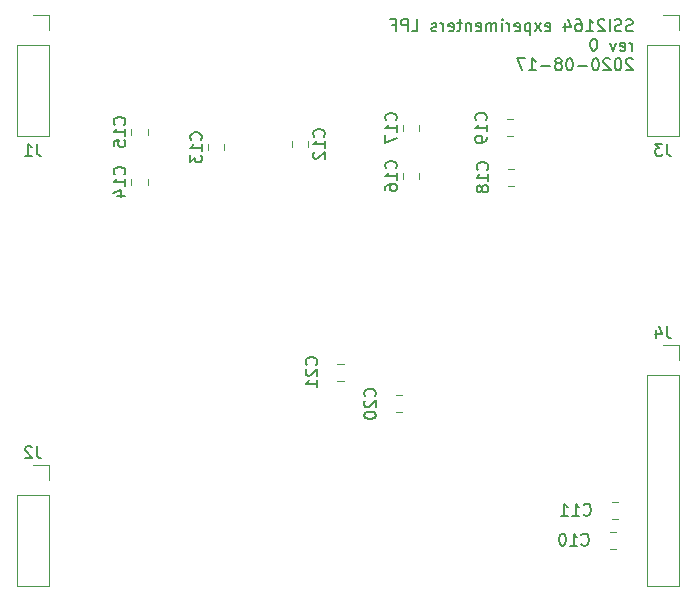
<source format=gbr>
G04 #@! TF.GenerationSoftware,KiCad,Pcbnew,5.1.6-c6e7f7d~87~ubuntu18.04.1*
G04 #@! TF.CreationDate,2020-08-19T11:53:39-04:00*
G04 #@! TF.ProjectId,four_pole_lpf,666f7572-5f70-46f6-9c65-5f6c70662e6b,rev?*
G04 #@! TF.SameCoordinates,Original*
G04 #@! TF.FileFunction,Legend,Bot*
G04 #@! TF.FilePolarity,Positive*
%FSLAX46Y46*%
G04 Gerber Fmt 4.6, Leading zero omitted, Abs format (unit mm)*
G04 Created by KiCad (PCBNEW 5.1.6-c6e7f7d~87~ubuntu18.04.1) date 2020-08-19 11:53:39*
%MOMM*%
%LPD*%
G01*
G04 APERTURE LIST*
%ADD10C,0.150000*%
%ADD11C,0.120000*%
G04 APERTURE END LIST*
D10*
X144746023Y-68604761D02*
X144603166Y-68652380D01*
X144365071Y-68652380D01*
X144269833Y-68604761D01*
X144222214Y-68557142D01*
X144174595Y-68461904D01*
X144174595Y-68366666D01*
X144222214Y-68271428D01*
X144269833Y-68223809D01*
X144365071Y-68176190D01*
X144555547Y-68128571D01*
X144650785Y-68080952D01*
X144698404Y-68033333D01*
X144746023Y-67938095D01*
X144746023Y-67842857D01*
X144698404Y-67747619D01*
X144650785Y-67700000D01*
X144555547Y-67652380D01*
X144317452Y-67652380D01*
X144174595Y-67700000D01*
X143793642Y-68604761D02*
X143650785Y-68652380D01*
X143412690Y-68652380D01*
X143317452Y-68604761D01*
X143269833Y-68557142D01*
X143222214Y-68461904D01*
X143222214Y-68366666D01*
X143269833Y-68271428D01*
X143317452Y-68223809D01*
X143412690Y-68176190D01*
X143603166Y-68128571D01*
X143698404Y-68080952D01*
X143746023Y-68033333D01*
X143793642Y-67938095D01*
X143793642Y-67842857D01*
X143746023Y-67747619D01*
X143698404Y-67700000D01*
X143603166Y-67652380D01*
X143365071Y-67652380D01*
X143222214Y-67700000D01*
X142793642Y-68652380D02*
X142793642Y-67652380D01*
X142365071Y-67747619D02*
X142317452Y-67700000D01*
X142222214Y-67652380D01*
X141984119Y-67652380D01*
X141888880Y-67700000D01*
X141841261Y-67747619D01*
X141793642Y-67842857D01*
X141793642Y-67938095D01*
X141841261Y-68080952D01*
X142412690Y-68652380D01*
X141793642Y-68652380D01*
X140841261Y-68652380D02*
X141412690Y-68652380D01*
X141126976Y-68652380D02*
X141126976Y-67652380D01*
X141222214Y-67795238D01*
X141317452Y-67890476D01*
X141412690Y-67938095D01*
X139984119Y-67652380D02*
X140174595Y-67652380D01*
X140269833Y-67700000D01*
X140317452Y-67747619D01*
X140412690Y-67890476D01*
X140460309Y-68080952D01*
X140460309Y-68461904D01*
X140412690Y-68557142D01*
X140365071Y-68604761D01*
X140269833Y-68652380D01*
X140079357Y-68652380D01*
X139984119Y-68604761D01*
X139936500Y-68557142D01*
X139888880Y-68461904D01*
X139888880Y-68223809D01*
X139936500Y-68128571D01*
X139984119Y-68080952D01*
X140079357Y-68033333D01*
X140269833Y-68033333D01*
X140365071Y-68080952D01*
X140412690Y-68128571D01*
X140460309Y-68223809D01*
X139031738Y-67985714D02*
X139031738Y-68652380D01*
X139269833Y-67604761D02*
X139507928Y-68319047D01*
X138888880Y-68319047D01*
X137365071Y-68604761D02*
X137460309Y-68652380D01*
X137650785Y-68652380D01*
X137746023Y-68604761D01*
X137793642Y-68509523D01*
X137793642Y-68128571D01*
X137746023Y-68033333D01*
X137650785Y-67985714D01*
X137460309Y-67985714D01*
X137365071Y-68033333D01*
X137317452Y-68128571D01*
X137317452Y-68223809D01*
X137793642Y-68319047D01*
X136984119Y-68652380D02*
X136460309Y-67985714D01*
X136984119Y-67985714D02*
X136460309Y-68652380D01*
X136079357Y-67985714D02*
X136079357Y-68985714D01*
X136079357Y-68033333D02*
X135984119Y-67985714D01*
X135793642Y-67985714D01*
X135698404Y-68033333D01*
X135650785Y-68080952D01*
X135603166Y-68176190D01*
X135603166Y-68461904D01*
X135650785Y-68557142D01*
X135698404Y-68604761D01*
X135793642Y-68652380D01*
X135984119Y-68652380D01*
X136079357Y-68604761D01*
X134793642Y-68604761D02*
X134888880Y-68652380D01*
X135079357Y-68652380D01*
X135174595Y-68604761D01*
X135222214Y-68509523D01*
X135222214Y-68128571D01*
X135174595Y-68033333D01*
X135079357Y-67985714D01*
X134888880Y-67985714D01*
X134793642Y-68033333D01*
X134746023Y-68128571D01*
X134746023Y-68223809D01*
X135222214Y-68319047D01*
X134317452Y-68652380D02*
X134317452Y-67985714D01*
X134317452Y-68176190D02*
X134269833Y-68080952D01*
X134222214Y-68033333D01*
X134126976Y-67985714D01*
X134031738Y-67985714D01*
X133698404Y-68652380D02*
X133698404Y-67985714D01*
X133698404Y-67652380D02*
X133746023Y-67700000D01*
X133698404Y-67747619D01*
X133650785Y-67700000D01*
X133698404Y-67652380D01*
X133698404Y-67747619D01*
X133222214Y-68652380D02*
X133222214Y-67985714D01*
X133222214Y-68080952D02*
X133174595Y-68033333D01*
X133079357Y-67985714D01*
X132936500Y-67985714D01*
X132841261Y-68033333D01*
X132793642Y-68128571D01*
X132793642Y-68652380D01*
X132793642Y-68128571D02*
X132746023Y-68033333D01*
X132650785Y-67985714D01*
X132507928Y-67985714D01*
X132412690Y-68033333D01*
X132365071Y-68128571D01*
X132365071Y-68652380D01*
X131507928Y-68604761D02*
X131603166Y-68652380D01*
X131793642Y-68652380D01*
X131888880Y-68604761D01*
X131936500Y-68509523D01*
X131936500Y-68128571D01*
X131888880Y-68033333D01*
X131793642Y-67985714D01*
X131603166Y-67985714D01*
X131507928Y-68033333D01*
X131460309Y-68128571D01*
X131460309Y-68223809D01*
X131936500Y-68319047D01*
X131031738Y-67985714D02*
X131031738Y-68652380D01*
X131031738Y-68080952D02*
X130984119Y-68033333D01*
X130888880Y-67985714D01*
X130746023Y-67985714D01*
X130650785Y-68033333D01*
X130603166Y-68128571D01*
X130603166Y-68652380D01*
X130269833Y-67985714D02*
X129888880Y-67985714D01*
X130126976Y-67652380D02*
X130126976Y-68509523D01*
X130079357Y-68604761D01*
X129984119Y-68652380D01*
X129888880Y-68652380D01*
X129174595Y-68604761D02*
X129269833Y-68652380D01*
X129460309Y-68652380D01*
X129555547Y-68604761D01*
X129603166Y-68509523D01*
X129603166Y-68128571D01*
X129555547Y-68033333D01*
X129460309Y-67985714D01*
X129269833Y-67985714D01*
X129174595Y-68033333D01*
X129126976Y-68128571D01*
X129126976Y-68223809D01*
X129603166Y-68319047D01*
X128698404Y-68652380D02*
X128698404Y-67985714D01*
X128698404Y-68176190D02*
X128650785Y-68080952D01*
X128603166Y-68033333D01*
X128507928Y-67985714D01*
X128412690Y-67985714D01*
X128126976Y-68604761D02*
X128031738Y-68652380D01*
X127841261Y-68652380D01*
X127746023Y-68604761D01*
X127698404Y-68509523D01*
X127698404Y-68461904D01*
X127746023Y-68366666D01*
X127841261Y-68319047D01*
X127984119Y-68319047D01*
X128079357Y-68271428D01*
X128126976Y-68176190D01*
X128126976Y-68128571D01*
X128079357Y-68033333D01*
X127984119Y-67985714D01*
X127841261Y-67985714D01*
X127746023Y-68033333D01*
X126031738Y-68652380D02*
X126507928Y-68652380D01*
X126507928Y-67652380D01*
X125698404Y-68652380D02*
X125698404Y-67652380D01*
X125317452Y-67652380D01*
X125222214Y-67700000D01*
X125174595Y-67747619D01*
X125126976Y-67842857D01*
X125126976Y-67985714D01*
X125174595Y-68080952D01*
X125222214Y-68128571D01*
X125317452Y-68176190D01*
X125698404Y-68176190D01*
X124365071Y-68128571D02*
X124698404Y-68128571D01*
X124698404Y-68652380D02*
X124698404Y-67652380D01*
X124222214Y-67652380D01*
X144698404Y-70302380D02*
X144698404Y-69635714D01*
X144698404Y-69826190D02*
X144650785Y-69730952D01*
X144603166Y-69683333D01*
X144507928Y-69635714D01*
X144412690Y-69635714D01*
X143698404Y-70254761D02*
X143793642Y-70302380D01*
X143984119Y-70302380D01*
X144079357Y-70254761D01*
X144126976Y-70159523D01*
X144126976Y-69778571D01*
X144079357Y-69683333D01*
X143984119Y-69635714D01*
X143793642Y-69635714D01*
X143698404Y-69683333D01*
X143650785Y-69778571D01*
X143650785Y-69873809D01*
X144126976Y-69969047D01*
X143317452Y-69635714D02*
X143079357Y-70302380D01*
X142841261Y-69635714D01*
X141507928Y-69302380D02*
X141412690Y-69302380D01*
X141317452Y-69350000D01*
X141269833Y-69397619D01*
X141222214Y-69492857D01*
X141174595Y-69683333D01*
X141174595Y-69921428D01*
X141222214Y-70111904D01*
X141269833Y-70207142D01*
X141317452Y-70254761D01*
X141412690Y-70302380D01*
X141507928Y-70302380D01*
X141603166Y-70254761D01*
X141650785Y-70207142D01*
X141698404Y-70111904D01*
X141746023Y-69921428D01*
X141746023Y-69683333D01*
X141698404Y-69492857D01*
X141650785Y-69397619D01*
X141603166Y-69350000D01*
X141507928Y-69302380D01*
X144746023Y-71047619D02*
X144698404Y-71000000D01*
X144603166Y-70952380D01*
X144365071Y-70952380D01*
X144269833Y-71000000D01*
X144222214Y-71047619D01*
X144174595Y-71142857D01*
X144174595Y-71238095D01*
X144222214Y-71380952D01*
X144793642Y-71952380D01*
X144174595Y-71952380D01*
X143555547Y-70952380D02*
X143460309Y-70952380D01*
X143365071Y-71000000D01*
X143317452Y-71047619D01*
X143269833Y-71142857D01*
X143222214Y-71333333D01*
X143222214Y-71571428D01*
X143269833Y-71761904D01*
X143317452Y-71857142D01*
X143365071Y-71904761D01*
X143460309Y-71952380D01*
X143555547Y-71952380D01*
X143650785Y-71904761D01*
X143698404Y-71857142D01*
X143746023Y-71761904D01*
X143793642Y-71571428D01*
X143793642Y-71333333D01*
X143746023Y-71142857D01*
X143698404Y-71047619D01*
X143650785Y-71000000D01*
X143555547Y-70952380D01*
X142841261Y-71047619D02*
X142793642Y-71000000D01*
X142698404Y-70952380D01*
X142460309Y-70952380D01*
X142365071Y-71000000D01*
X142317452Y-71047619D01*
X142269833Y-71142857D01*
X142269833Y-71238095D01*
X142317452Y-71380952D01*
X142888880Y-71952380D01*
X142269833Y-71952380D01*
X141650785Y-70952380D02*
X141555547Y-70952380D01*
X141460309Y-71000000D01*
X141412690Y-71047619D01*
X141365071Y-71142857D01*
X141317452Y-71333333D01*
X141317452Y-71571428D01*
X141365071Y-71761904D01*
X141412690Y-71857142D01*
X141460309Y-71904761D01*
X141555547Y-71952380D01*
X141650785Y-71952380D01*
X141746023Y-71904761D01*
X141793642Y-71857142D01*
X141841261Y-71761904D01*
X141888880Y-71571428D01*
X141888880Y-71333333D01*
X141841261Y-71142857D01*
X141793642Y-71047619D01*
X141746023Y-71000000D01*
X141650785Y-70952380D01*
X140888880Y-71571428D02*
X140126976Y-71571428D01*
X139460309Y-70952380D02*
X139365071Y-70952380D01*
X139269833Y-71000000D01*
X139222214Y-71047619D01*
X139174595Y-71142857D01*
X139126976Y-71333333D01*
X139126976Y-71571428D01*
X139174595Y-71761904D01*
X139222214Y-71857142D01*
X139269833Y-71904761D01*
X139365071Y-71952380D01*
X139460309Y-71952380D01*
X139555547Y-71904761D01*
X139603166Y-71857142D01*
X139650785Y-71761904D01*
X139698404Y-71571428D01*
X139698404Y-71333333D01*
X139650785Y-71142857D01*
X139603166Y-71047619D01*
X139555547Y-71000000D01*
X139460309Y-70952380D01*
X138555547Y-71380952D02*
X138650785Y-71333333D01*
X138698404Y-71285714D01*
X138746023Y-71190476D01*
X138746023Y-71142857D01*
X138698404Y-71047619D01*
X138650785Y-71000000D01*
X138555547Y-70952380D01*
X138365071Y-70952380D01*
X138269833Y-71000000D01*
X138222214Y-71047619D01*
X138174595Y-71142857D01*
X138174595Y-71190476D01*
X138222214Y-71285714D01*
X138269833Y-71333333D01*
X138365071Y-71380952D01*
X138555547Y-71380952D01*
X138650785Y-71428571D01*
X138698404Y-71476190D01*
X138746023Y-71571428D01*
X138746023Y-71761904D01*
X138698404Y-71857142D01*
X138650785Y-71904761D01*
X138555547Y-71952380D01*
X138365071Y-71952380D01*
X138269833Y-71904761D01*
X138222214Y-71857142D01*
X138174595Y-71761904D01*
X138174595Y-71571428D01*
X138222214Y-71476190D01*
X138269833Y-71428571D01*
X138365071Y-71380952D01*
X137746023Y-71571428D02*
X136984119Y-71571428D01*
X135984119Y-71952380D02*
X136555547Y-71952380D01*
X136269833Y-71952380D02*
X136269833Y-70952380D01*
X136365071Y-71095238D01*
X136460309Y-71190476D01*
X136555547Y-71238095D01*
X135650785Y-70952380D02*
X134984119Y-70952380D01*
X135412690Y-71952380D01*
D11*
X148650000Y-115630000D02*
X145990000Y-115630000D01*
X148650000Y-97790000D02*
X148650000Y-115630000D01*
X145990000Y-97790000D02*
X145990000Y-115630000D01*
X148650000Y-97790000D02*
X145990000Y-97790000D01*
X148650000Y-96520000D02*
X148650000Y-95190000D01*
X148650000Y-95190000D02*
X147320000Y-95190000D01*
X148650000Y-77530000D02*
X145990000Y-77530000D01*
X148650000Y-69850000D02*
X148650000Y-77530000D01*
X145990000Y-69850000D02*
X145990000Y-77530000D01*
X148650000Y-69850000D02*
X145990000Y-69850000D01*
X148650000Y-68580000D02*
X148650000Y-67250000D01*
X148650000Y-67250000D02*
X147320000Y-67250000D01*
X95310000Y-115630000D02*
X92650000Y-115630000D01*
X95310000Y-107950000D02*
X95310000Y-115630000D01*
X92650000Y-107950000D02*
X92650000Y-115630000D01*
X95310000Y-107950000D02*
X92650000Y-107950000D01*
X95310000Y-106680000D02*
X95310000Y-105350000D01*
X95310000Y-105350000D02*
X93980000Y-105350000D01*
X95310000Y-77530000D02*
X92650000Y-77530000D01*
X95310000Y-69850000D02*
X95310000Y-77530000D01*
X92650000Y-69850000D02*
X92650000Y-77530000D01*
X95310000Y-69850000D02*
X92650000Y-69850000D01*
X95310000Y-68580000D02*
X95310000Y-67250000D01*
X95310000Y-67250000D02*
X93980000Y-67250000D01*
X119753748Y-98246000D02*
X120276252Y-98246000D01*
X119753748Y-96826000D02*
X120276252Y-96826000D01*
X125220252Y-99493000D02*
X124697748Y-99493000D01*
X125220252Y-100913000D02*
X124697748Y-100913000D01*
X134113748Y-77545000D02*
X134636252Y-77545000D01*
X134113748Y-76125000D02*
X134636252Y-76125000D01*
X134745252Y-80316000D02*
X134222748Y-80316000D01*
X134745252Y-81736000D02*
X134222748Y-81736000D01*
X125274000Y-76582748D02*
X125274000Y-77105252D01*
X126694000Y-76582748D02*
X126694000Y-77105252D01*
X125274000Y-80646748D02*
X125274000Y-81169252D01*
X126694000Y-80646748D02*
X126694000Y-81169252D01*
X102287000Y-76945748D02*
X102287000Y-77468252D01*
X103707000Y-76945748D02*
X103707000Y-77468252D01*
X102287000Y-81154748D02*
X102287000Y-81677252D01*
X103707000Y-81154748D02*
X103707000Y-81677252D01*
X108764000Y-78233748D02*
X108764000Y-78756252D01*
X110184000Y-78233748D02*
X110184000Y-78756252D01*
X117296000Y-78484252D02*
X117296000Y-77961748D01*
X115876000Y-78484252D02*
X115876000Y-77961748D01*
X142985748Y-109930000D02*
X143508252Y-109930000D01*
X142985748Y-108510000D02*
X143508252Y-108510000D01*
X143348452Y-111050000D02*
X142825948Y-111050000D01*
X143348452Y-112470000D02*
X142825948Y-112470000D01*
D10*
X147653333Y-93642380D02*
X147653333Y-94356666D01*
X147700952Y-94499523D01*
X147796190Y-94594761D01*
X147939047Y-94642380D01*
X148034285Y-94642380D01*
X146748571Y-93975714D02*
X146748571Y-94642380D01*
X146986666Y-93594761D02*
X147224761Y-94309047D01*
X146605714Y-94309047D01*
X147653333Y-78192380D02*
X147653333Y-78906666D01*
X147700952Y-79049523D01*
X147796190Y-79144761D01*
X147939047Y-79192380D01*
X148034285Y-79192380D01*
X147272380Y-78192380D02*
X146653333Y-78192380D01*
X146986666Y-78573333D01*
X146843809Y-78573333D01*
X146748571Y-78620952D01*
X146700952Y-78668571D01*
X146653333Y-78763809D01*
X146653333Y-79001904D01*
X146700952Y-79097142D01*
X146748571Y-79144761D01*
X146843809Y-79192380D01*
X147129523Y-79192380D01*
X147224761Y-79144761D01*
X147272380Y-79097142D01*
X94313333Y-103802380D02*
X94313333Y-104516666D01*
X94360952Y-104659523D01*
X94456190Y-104754761D01*
X94599047Y-104802380D01*
X94694285Y-104802380D01*
X93884761Y-103897619D02*
X93837142Y-103850000D01*
X93741904Y-103802380D01*
X93503809Y-103802380D01*
X93408571Y-103850000D01*
X93360952Y-103897619D01*
X93313333Y-103992857D01*
X93313333Y-104088095D01*
X93360952Y-104230952D01*
X93932380Y-104802380D01*
X93313333Y-104802380D01*
X94313333Y-78192380D02*
X94313333Y-78906666D01*
X94360952Y-79049523D01*
X94456190Y-79144761D01*
X94599047Y-79192380D01*
X94694285Y-79192380D01*
X93313333Y-79192380D02*
X93884761Y-79192380D01*
X93599047Y-79192380D02*
X93599047Y-78192380D01*
X93694285Y-78335238D01*
X93789523Y-78430476D01*
X93884761Y-78478095D01*
X117959142Y-96893142D02*
X118006761Y-96845523D01*
X118054380Y-96702666D01*
X118054380Y-96607428D01*
X118006761Y-96464571D01*
X117911523Y-96369333D01*
X117816285Y-96321714D01*
X117625809Y-96274095D01*
X117482952Y-96274095D01*
X117292476Y-96321714D01*
X117197238Y-96369333D01*
X117102000Y-96464571D01*
X117054380Y-96607428D01*
X117054380Y-96702666D01*
X117102000Y-96845523D01*
X117149619Y-96893142D01*
X117149619Y-97274095D02*
X117102000Y-97321714D01*
X117054380Y-97416952D01*
X117054380Y-97655047D01*
X117102000Y-97750285D01*
X117149619Y-97797904D01*
X117244857Y-97845523D01*
X117340095Y-97845523D01*
X117482952Y-97797904D01*
X118054380Y-97226476D01*
X118054380Y-97845523D01*
X118054380Y-98797904D02*
X118054380Y-98226476D01*
X118054380Y-98512190D02*
X117054380Y-98512190D01*
X117197238Y-98416952D01*
X117292476Y-98321714D01*
X117340095Y-98226476D01*
X122912142Y-99560142D02*
X122959761Y-99512523D01*
X123007380Y-99369666D01*
X123007380Y-99274428D01*
X122959761Y-99131571D01*
X122864523Y-99036333D01*
X122769285Y-98988714D01*
X122578809Y-98941095D01*
X122435952Y-98941095D01*
X122245476Y-98988714D01*
X122150238Y-99036333D01*
X122055000Y-99131571D01*
X122007380Y-99274428D01*
X122007380Y-99369666D01*
X122055000Y-99512523D01*
X122102619Y-99560142D01*
X122102619Y-99941095D02*
X122055000Y-99988714D01*
X122007380Y-100083952D01*
X122007380Y-100322047D01*
X122055000Y-100417285D01*
X122102619Y-100464904D01*
X122197857Y-100512523D01*
X122293095Y-100512523D01*
X122435952Y-100464904D01*
X123007380Y-99893476D01*
X123007380Y-100512523D01*
X122007380Y-101131571D02*
X122007380Y-101226809D01*
X122055000Y-101322047D01*
X122102619Y-101369666D01*
X122197857Y-101417285D01*
X122388333Y-101464904D01*
X122626428Y-101464904D01*
X122816904Y-101417285D01*
X122912142Y-101369666D01*
X122959761Y-101322047D01*
X123007380Y-101226809D01*
X123007380Y-101131571D01*
X122959761Y-101036333D01*
X122912142Y-100988714D01*
X122816904Y-100941095D01*
X122626428Y-100893476D01*
X122388333Y-100893476D01*
X122197857Y-100941095D01*
X122102619Y-100988714D01*
X122055000Y-101036333D01*
X122007380Y-101131571D01*
X132310142Y-76192142D02*
X132357761Y-76144523D01*
X132405380Y-76001666D01*
X132405380Y-75906428D01*
X132357761Y-75763571D01*
X132262523Y-75668333D01*
X132167285Y-75620714D01*
X131976809Y-75573095D01*
X131833952Y-75573095D01*
X131643476Y-75620714D01*
X131548238Y-75668333D01*
X131453000Y-75763571D01*
X131405380Y-75906428D01*
X131405380Y-76001666D01*
X131453000Y-76144523D01*
X131500619Y-76192142D01*
X132405380Y-77144523D02*
X132405380Y-76573095D01*
X132405380Y-76858809D02*
X131405380Y-76858809D01*
X131548238Y-76763571D01*
X131643476Y-76668333D01*
X131691095Y-76573095D01*
X132405380Y-77620714D02*
X132405380Y-77811190D01*
X132357761Y-77906428D01*
X132310142Y-77954047D01*
X132167285Y-78049285D01*
X131976809Y-78096904D01*
X131595857Y-78096904D01*
X131500619Y-78049285D01*
X131453000Y-78001666D01*
X131405380Y-77906428D01*
X131405380Y-77715952D01*
X131453000Y-77620714D01*
X131500619Y-77573095D01*
X131595857Y-77525476D01*
X131833952Y-77525476D01*
X131929190Y-77573095D01*
X131976809Y-77620714D01*
X132024428Y-77715952D01*
X132024428Y-77906428D01*
X131976809Y-78001666D01*
X131929190Y-78049285D01*
X131833952Y-78096904D01*
X132437142Y-80383142D02*
X132484761Y-80335523D01*
X132532380Y-80192666D01*
X132532380Y-80097428D01*
X132484761Y-79954571D01*
X132389523Y-79859333D01*
X132294285Y-79811714D01*
X132103809Y-79764095D01*
X131960952Y-79764095D01*
X131770476Y-79811714D01*
X131675238Y-79859333D01*
X131580000Y-79954571D01*
X131532380Y-80097428D01*
X131532380Y-80192666D01*
X131580000Y-80335523D01*
X131627619Y-80383142D01*
X132532380Y-81335523D02*
X132532380Y-80764095D01*
X132532380Y-81049809D02*
X131532380Y-81049809D01*
X131675238Y-80954571D01*
X131770476Y-80859333D01*
X131818095Y-80764095D01*
X131960952Y-81906952D02*
X131913333Y-81811714D01*
X131865714Y-81764095D01*
X131770476Y-81716476D01*
X131722857Y-81716476D01*
X131627619Y-81764095D01*
X131580000Y-81811714D01*
X131532380Y-81906952D01*
X131532380Y-82097428D01*
X131580000Y-82192666D01*
X131627619Y-82240285D01*
X131722857Y-82287904D01*
X131770476Y-82287904D01*
X131865714Y-82240285D01*
X131913333Y-82192666D01*
X131960952Y-82097428D01*
X131960952Y-81906952D01*
X132008571Y-81811714D01*
X132056190Y-81764095D01*
X132151428Y-81716476D01*
X132341904Y-81716476D01*
X132437142Y-81764095D01*
X132484761Y-81811714D01*
X132532380Y-81906952D01*
X132532380Y-82097428D01*
X132484761Y-82192666D01*
X132437142Y-82240285D01*
X132341904Y-82287904D01*
X132151428Y-82287904D01*
X132056190Y-82240285D01*
X132008571Y-82192666D01*
X131960952Y-82097428D01*
X124691142Y-76201142D02*
X124738761Y-76153523D01*
X124786380Y-76010666D01*
X124786380Y-75915428D01*
X124738761Y-75772571D01*
X124643523Y-75677333D01*
X124548285Y-75629714D01*
X124357809Y-75582095D01*
X124214952Y-75582095D01*
X124024476Y-75629714D01*
X123929238Y-75677333D01*
X123834000Y-75772571D01*
X123786380Y-75915428D01*
X123786380Y-76010666D01*
X123834000Y-76153523D01*
X123881619Y-76201142D01*
X124786380Y-77153523D02*
X124786380Y-76582095D01*
X124786380Y-76867809D02*
X123786380Y-76867809D01*
X123929238Y-76772571D01*
X124024476Y-76677333D01*
X124072095Y-76582095D01*
X123786380Y-77486857D02*
X123786380Y-78153523D01*
X124786380Y-77724952D01*
X124691142Y-80265142D02*
X124738761Y-80217523D01*
X124786380Y-80074666D01*
X124786380Y-79979428D01*
X124738761Y-79836571D01*
X124643523Y-79741333D01*
X124548285Y-79693714D01*
X124357809Y-79646095D01*
X124214952Y-79646095D01*
X124024476Y-79693714D01*
X123929238Y-79741333D01*
X123834000Y-79836571D01*
X123786380Y-79979428D01*
X123786380Y-80074666D01*
X123834000Y-80217523D01*
X123881619Y-80265142D01*
X124786380Y-81217523D02*
X124786380Y-80646095D01*
X124786380Y-80931809D02*
X123786380Y-80931809D01*
X123929238Y-80836571D01*
X124024476Y-80741333D01*
X124072095Y-80646095D01*
X123786380Y-82074666D02*
X123786380Y-81884190D01*
X123834000Y-81788952D01*
X123881619Y-81741333D01*
X124024476Y-81646095D01*
X124214952Y-81598476D01*
X124595904Y-81598476D01*
X124691142Y-81646095D01*
X124738761Y-81693714D01*
X124786380Y-81788952D01*
X124786380Y-81979428D01*
X124738761Y-82074666D01*
X124691142Y-82122285D01*
X124595904Y-82169904D01*
X124357809Y-82169904D01*
X124262571Y-82122285D01*
X124214952Y-82074666D01*
X124167333Y-81979428D01*
X124167333Y-81788952D01*
X124214952Y-81693714D01*
X124262571Y-81646095D01*
X124357809Y-81598476D01*
X101704142Y-76564142D02*
X101751761Y-76516523D01*
X101799380Y-76373666D01*
X101799380Y-76278428D01*
X101751761Y-76135571D01*
X101656523Y-76040333D01*
X101561285Y-75992714D01*
X101370809Y-75945095D01*
X101227952Y-75945095D01*
X101037476Y-75992714D01*
X100942238Y-76040333D01*
X100847000Y-76135571D01*
X100799380Y-76278428D01*
X100799380Y-76373666D01*
X100847000Y-76516523D01*
X100894619Y-76564142D01*
X101799380Y-77516523D02*
X101799380Y-76945095D01*
X101799380Y-77230809D02*
X100799380Y-77230809D01*
X100942238Y-77135571D01*
X101037476Y-77040333D01*
X101085095Y-76945095D01*
X100799380Y-78421285D02*
X100799380Y-77945095D01*
X101275571Y-77897476D01*
X101227952Y-77945095D01*
X101180333Y-78040333D01*
X101180333Y-78278428D01*
X101227952Y-78373666D01*
X101275571Y-78421285D01*
X101370809Y-78468904D01*
X101608904Y-78468904D01*
X101704142Y-78421285D01*
X101751761Y-78373666D01*
X101799380Y-78278428D01*
X101799380Y-78040333D01*
X101751761Y-77945095D01*
X101704142Y-77897476D01*
X101704142Y-80773142D02*
X101751761Y-80725523D01*
X101799380Y-80582666D01*
X101799380Y-80487428D01*
X101751761Y-80344571D01*
X101656523Y-80249333D01*
X101561285Y-80201714D01*
X101370809Y-80154095D01*
X101227952Y-80154095D01*
X101037476Y-80201714D01*
X100942238Y-80249333D01*
X100847000Y-80344571D01*
X100799380Y-80487428D01*
X100799380Y-80582666D01*
X100847000Y-80725523D01*
X100894619Y-80773142D01*
X101799380Y-81725523D02*
X101799380Y-81154095D01*
X101799380Y-81439809D02*
X100799380Y-81439809D01*
X100942238Y-81344571D01*
X101037476Y-81249333D01*
X101085095Y-81154095D01*
X101132714Y-82582666D02*
X101799380Y-82582666D01*
X100751761Y-82344571D02*
X101466047Y-82106476D01*
X101466047Y-82725523D01*
X108181142Y-77852142D02*
X108228761Y-77804523D01*
X108276380Y-77661666D01*
X108276380Y-77566428D01*
X108228761Y-77423571D01*
X108133523Y-77328333D01*
X108038285Y-77280714D01*
X107847809Y-77233095D01*
X107704952Y-77233095D01*
X107514476Y-77280714D01*
X107419238Y-77328333D01*
X107324000Y-77423571D01*
X107276380Y-77566428D01*
X107276380Y-77661666D01*
X107324000Y-77804523D01*
X107371619Y-77852142D01*
X108276380Y-78804523D02*
X108276380Y-78233095D01*
X108276380Y-78518809D02*
X107276380Y-78518809D01*
X107419238Y-78423571D01*
X107514476Y-78328333D01*
X107562095Y-78233095D01*
X107276380Y-79137857D02*
X107276380Y-79756904D01*
X107657333Y-79423571D01*
X107657333Y-79566428D01*
X107704952Y-79661666D01*
X107752571Y-79709285D01*
X107847809Y-79756904D01*
X108085904Y-79756904D01*
X108181142Y-79709285D01*
X108228761Y-79661666D01*
X108276380Y-79566428D01*
X108276380Y-79280714D01*
X108228761Y-79185476D01*
X108181142Y-79137857D01*
X118593142Y-77580142D02*
X118640761Y-77532523D01*
X118688380Y-77389666D01*
X118688380Y-77294428D01*
X118640761Y-77151571D01*
X118545523Y-77056333D01*
X118450285Y-77008714D01*
X118259809Y-76961095D01*
X118116952Y-76961095D01*
X117926476Y-77008714D01*
X117831238Y-77056333D01*
X117736000Y-77151571D01*
X117688380Y-77294428D01*
X117688380Y-77389666D01*
X117736000Y-77532523D01*
X117783619Y-77580142D01*
X118688380Y-78532523D02*
X118688380Y-77961095D01*
X118688380Y-78246809D02*
X117688380Y-78246809D01*
X117831238Y-78151571D01*
X117926476Y-78056333D01*
X117974095Y-77961095D01*
X117783619Y-78913476D02*
X117736000Y-78961095D01*
X117688380Y-79056333D01*
X117688380Y-79294428D01*
X117736000Y-79389666D01*
X117783619Y-79437285D01*
X117878857Y-79484904D01*
X117974095Y-79484904D01*
X118116952Y-79437285D01*
X118688380Y-78865857D01*
X118688380Y-79484904D01*
X140596857Y-109577142D02*
X140644476Y-109624761D01*
X140787333Y-109672380D01*
X140882571Y-109672380D01*
X141025428Y-109624761D01*
X141120666Y-109529523D01*
X141168285Y-109434285D01*
X141215904Y-109243809D01*
X141215904Y-109100952D01*
X141168285Y-108910476D01*
X141120666Y-108815238D01*
X141025428Y-108720000D01*
X140882571Y-108672380D01*
X140787333Y-108672380D01*
X140644476Y-108720000D01*
X140596857Y-108767619D01*
X139644476Y-109672380D02*
X140215904Y-109672380D01*
X139930190Y-109672380D02*
X139930190Y-108672380D01*
X140025428Y-108815238D01*
X140120666Y-108910476D01*
X140215904Y-108958095D01*
X138692095Y-109672380D02*
X139263523Y-109672380D01*
X138977809Y-109672380D02*
X138977809Y-108672380D01*
X139073047Y-108815238D01*
X139168285Y-108910476D01*
X139263523Y-108958095D01*
X140419057Y-112117142D02*
X140466676Y-112164761D01*
X140609533Y-112212380D01*
X140704771Y-112212380D01*
X140847628Y-112164761D01*
X140942866Y-112069523D01*
X140990485Y-111974285D01*
X141038104Y-111783809D01*
X141038104Y-111640952D01*
X140990485Y-111450476D01*
X140942866Y-111355238D01*
X140847628Y-111260000D01*
X140704771Y-111212380D01*
X140609533Y-111212380D01*
X140466676Y-111260000D01*
X140419057Y-111307619D01*
X139466676Y-112212380D02*
X140038104Y-112212380D01*
X139752390Y-112212380D02*
X139752390Y-111212380D01*
X139847628Y-111355238D01*
X139942866Y-111450476D01*
X140038104Y-111498095D01*
X138847628Y-111212380D02*
X138752390Y-111212380D01*
X138657152Y-111260000D01*
X138609533Y-111307619D01*
X138561914Y-111402857D01*
X138514295Y-111593333D01*
X138514295Y-111831428D01*
X138561914Y-112021904D01*
X138609533Y-112117142D01*
X138657152Y-112164761D01*
X138752390Y-112212380D01*
X138847628Y-112212380D01*
X138942866Y-112164761D01*
X138990485Y-112117142D01*
X139038104Y-112021904D01*
X139085723Y-111831428D01*
X139085723Y-111593333D01*
X139038104Y-111402857D01*
X138990485Y-111307619D01*
X138942866Y-111260000D01*
X138847628Y-111212380D01*
M02*

</source>
